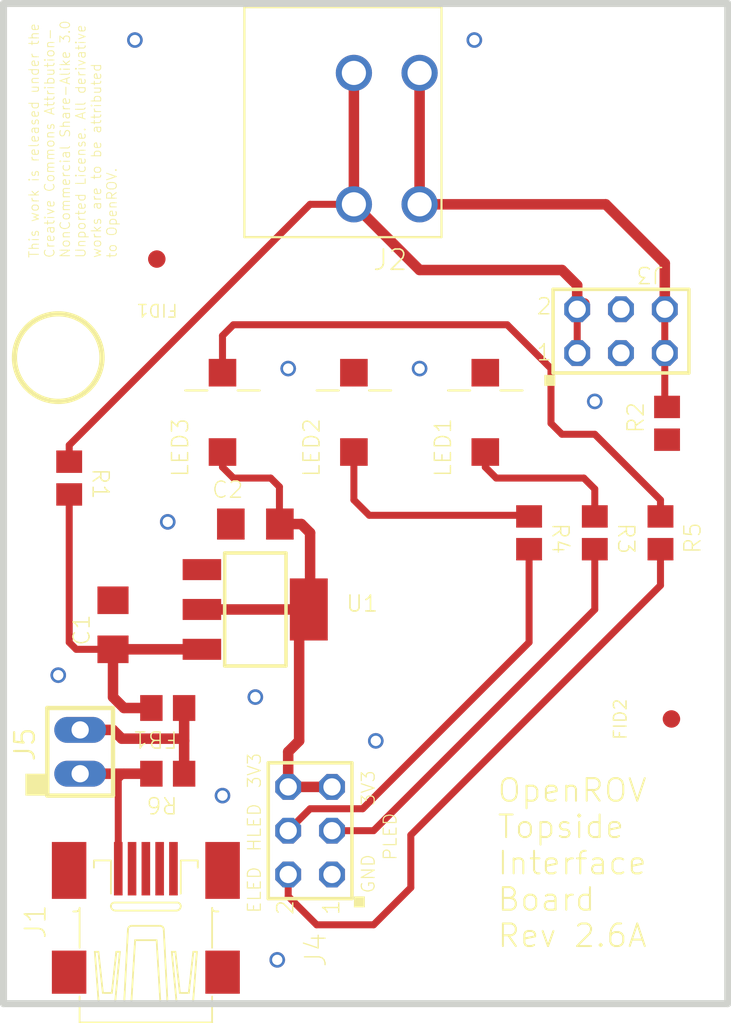
<source format=kicad_pcb>
(kicad_pcb (version 20241229) (generator "pcbnew") (generator_version "9.0")
  (layers (0 "F.Cu" signal) (4 "In1.Cu" signal) (6 "In2.Cu" signal) (2 "B.Cu" signal) (13 "F.Paste" user) (15 "B.Paste" user) (5 "F.SilkS" user "F.Silkscreen") (7 "B.SilkS" user "B.Silkscreen") (1 "F.Mask" user) (3 "B.Mask" user) (25 "Edge.Cuts" user))
  (net 0 "")
  (net 1 "N$1")
  (net 2 "N$2")
  (net 3 "GND")
  (net 4 "N$4")
  (net 5 "N$6")
  (net 6 "N$7")
  (net 7 "N$8")
  (net 8 "N$9")
  (net 9 "N$11")
  (net 10 "+3V3")
  (net 11 "N$5")
  (net 12 "N$3")
  (net 13 "N$10")
  (footprint "OpenROV Topside Interface 2.6A:R0805" (layer "F.Cu") (at 137.0261 120.6686 180)
    (property "Reference" "R6" (at -0.635 -1.27 180) (layer "F.SilkS") (effects (font (size 0.93472 0.93472) (thickness 0.08128)) (justify left bottom)))
    (property "Value" "0 (Jumper)" (hide yes))
    (pad "1" smd rect (at -0.95 0 180) (size 1.3 1.5) (layers "F.Cu" "F.Mask" "F.Paste") (net 13 "N$10"))
    (pad "2" smd rect (at 0.95 0 180) (size 1.3 1.5) (layers "F.Cu" "F.Mask" "F.Paste") (net 12 "N$3"))
  )
  (footprint "OpenROV Topside Interface 2.6A:R0805" (layer "F.Cu") (at 131.3111 103.5236 -90)
    (property "Reference" "R1" (at -0.635 -1.27 270) (layer "F.SilkS") (effects (font (size 0.93472 0.93472) (thickness 0.08128)) (justify left bottom)))
    (property "Value" "1K" (hide yes))
    (pad "1" smd rect (at -0.95 0 270) (size 1.3 1.5) (layers "F.Cu" "F.Mask" "F.Paste") (net 2 "N$2"))
    (pad "2" smd rect (at 0.95 0 270) (size 1.3 1.5) (layers "F.Cu" "F.Mask" "F.Paste") (net 4 "N$4"))
  )
  (footprint "OpenROV Topside Interface 2.6A:USB_MINI-B_SM" (layer "F.Cu") (at 135.7561 129.1776 90)
    (property "Reference" "J1" (at -1.143 -5.715 90) (layer "F.SilkS") (effects (font (size 1.176528 1.176528) (thickness 0.093472)) (justify left bottom)))
    (property "Value" "FCI 10033526-N3212MLF" (hide yes))
    (fp_line (start 0.519 -4.0492) (end 0.519 -4.205) (stroke (width 0.1016)) (layer "F.SilkS"))
    (fp_line (start -1.5825 -3.8416) (end 0.7266 -3.8416) (stroke (width 0.1016)) (layer "F.SilkS"))
    (fp_line (start -5.9182 -3.8416) (end -4.4147 -3.8415) (stroke (width 0.1016)) (layer "F.SilkS"))
    (fp_line (start 3.4782 -3.011) (end 3.4782 -2.0246) (stroke (width 0.1016)) (layer "F.SilkS"))
    (fp_line (start 3.0627 -3.011) (end 3.4261 -3.011) (stroke (width 0.1016)) (layer "F.SilkS"))
    (fp_line (start -1.8171 -2.9591) (end -4.5685 -2.7514) (stroke (width 0.1016)) (layer "F.SilkS"))
    (fp_line (start -1.8171 -2.7514) (end -1.8171 -2.9591) (stroke (width 0.1016)) (layer "F.SilkS"))
    (fp_line (start -4.2051 -2.4919) (end -1.8171 -2.7514) (stroke (width 0.1016)) (layer "F.SilkS"))
    (fp_line (start 1.5573 -2.0248) (end 3.4261 -2.0248) (stroke (width 0.1016)) (layer "F.SilkS"))
    (fp_line (start 0.8305 -2.0246) (end 0.8304 -2.0246) (stroke (width 0.1016)) (layer "F.SilkS"))
    (fp_line (start -4.2051 -1.9727) (end -4.2051 -2.4919) (stroke (width 0.1016)) (layer "F.SilkS"))
    (fp_line (start 0.5709 -1.7651) (end 0.5709 1.765) (stroke (width 0.1016)) (layer "F.SilkS"))
    (fp_line (start -4.5685 -1.7651) (end -1.8171 -1.5055) (stroke (width 0.1016)) (layer "F.SilkS"))
    (fp_line (start -1.8171 -1.7132) (end -4.2051 -1.9727) (stroke (width 0.1016)) (layer "F.SilkS"))
    (fp_line (start -1.8171 -1.5055) (end -1.8171 -1.7132) (stroke (width 0.1016)) (layer "F.SilkS"))
    (fp_line (start -4.5684 -1.2459) (end -0.5192 -1.0383) (stroke (width 0.1016)) (layer "F.SilkS"))
    (fp_line (start -4.7761 -1.0383) (end -4.7761 -1.0382) (stroke (width 0.1016)) (layer "F.SilkS"))
    (fp_line (start -4.5685 -0.8306) (end -1.1422 -0.623) (stroke (width 0.1016)) (layer "F.SilkS"))
    (fp_line (start -1.1422 0.6228) (end -1.1422 -0.6232) (stroke (width 0.1016)) (layer "F.SilkS"))
    (fp_line (start -0.3116 0.8304) (end -0.3116 -0.8307) (stroke (width 0.1016)) (layer "F.SilkS"))
    (fp_line (start -4.5685 0.8304) (end -1.1422 0.6228) (stroke (width 0.1016)) (layer "F.SilkS"))
    (fp_line (start -4.5684 1.2457) (end -0.5192 1.0381) (stroke (width 0.1016)) (layer "F.SilkS"))
    (fp_line (start -1.8171 1.5053) (end -1.8171 1.713) (stroke (width 0.1016)) (layer "F.SilkS"))
    (fp_line (start -1.8171 1.713) (end -4.2051 1.9725) (stroke (width 0.1016)) (layer "F.SilkS"))
    (fp_line (start -4.5685 1.7649) (end -1.8171 1.5053) (stroke (width 0.1016)) (layer "F.SilkS"))
    (fp_line (start 1.0381 1.8169) (end 1.0381 -1.817) (stroke (width 0.1016)) (layer "F.SilkS"))
    (fp_line (start -4.2051 1.9725) (end -4.2051 2.4917) (stroke (width 0.1016)) (layer "F.SilkS"))
    (fp_line (start 3.4781 2.0245) (end 3.4781 3.0109) (stroke (width 0.1016)) (layer "F.SilkS"))
    (fp_line (start 1.5573 2.0246) (end 3.4261 2.0246) (stroke (width 0.1016)) (layer "F.SilkS"))
    (fp_line (start -4.2051 2.4917) (end -1.8171 2.7512) (stroke (width 0.1016)) (layer "F.SilkS"))
    (fp_line (start -1.8171 2.7512) (end -1.8171 2.9589) (stroke (width 0.1016)) (layer "F.SilkS"))
    (fp_line (start -1.8171 2.9589) (end -4.5685 2.7512) (stroke (width 0.1016)) (layer "F.SilkS"))
    (fp_line (start 3.0627 3.0108) (end 3.4261 3.0108) (stroke (width 0.1016)) (layer "F.SilkS"))
    (fp_line (start -1.5826 3.8414) (end 0.7267 3.8415) (stroke (width 0.1016)) (layer "F.SilkS"))
    (fp_line (start -5.9182 3.8414) (end -5.9182 -3.8416) (stroke (width 0.1016)) (layer "F.SilkS"))
    (fp_line (start -5.9182 3.8414) (end -4.4146 3.8414) (stroke (width 0.1016)) (layer "F.SilkS"))
    (fp_line (start -5.9182 3.8415) (end -5.9182 3.8414) (stroke (width 0.1016)) (layer "F.SilkS"))
    (fp_line (start 0.519 4.049) (end 0.519 4.2048) (stroke (width 0.1016)) (layer "F.SilkS"))
    (fp_arc (start 0.7266 -3.8416) (mid 0.579805 -3.902405) (end 0.519 -4.0492) (stroke (width 0.1016)) (layer "F.SilkS"))
    (fp_arc (start -4.828 -2.5438) (mid -4.730297 -2.687659) (end -4.5685 -2.7514) (stroke (width 0.1016)) (layer "F.SilkS"))
    (fp_arc (start 0.8305 -2.0246) (mid 0.977325 -1.963825) (end 1.0381 -1.817) (stroke (width 0.1016)) (layer "F.SilkS"))
    (fp_arc (start -4.828 -1.9727) (mid -4.870802 -2.25825) (end -4.828 -2.5438) (stroke (width 0.1016)) (layer "F.SilkS"))
    (fp_arc (start 0.570899 -1.765099) (mid 0.646934 -1.948565) (end 0.8304 -2.0246) (stroke (width 0.1016)) (layer "F.SilkS"))
    (fp_arc (start -4.568501 -1.765099) (mid -4.730298 -1.828841) (end -4.828 -1.9727) (stroke (width 0.1016)) (layer "F.SilkS"))
    (fp_arc (start -0.5192 -1.0383) (mid -0.375653 -0.974177) (end -0.311598 -0.8306) (stroke (width 0.1016)) (layer "F.SilkS"))
    (fp_arc (start -4.7761 -1.0383) (mid -4.715295 -1.185095) (end -4.5685 -1.2459) (stroke (width 0.1016)) (layer "F.SilkS"))
    (fp_arc (start -4.5685 -0.8306) (mid -4.715295 -0.891405) (end -4.7761 -1.0382) (stroke (width 0.1016)) (layer "F.SilkS"))
    (fp_arc (start -0.311599 0.830399) (mid -0.375679 0.973951) (end -0.5192 1.0381) (stroke (width 0.1016)) (layer "F.SilkS"))
    (fp_arc (start -4.7761 1.038) (mid -4.715295 0.891205) (end -4.5685 0.8304) (stroke (width 0.1016)) (layer "F.SilkS"))
    (fp_arc (start -4.5685 1.2457) (mid -4.715295 1.184895) (end -4.7761 1.0381) (stroke (width 0.1016)) (layer "F.SilkS"))
    (fp_arc (start 1.0381 1.8168) (mid 0.977325 1.963625) (end 0.8305 2.0244) (stroke (width 0.1016)) (layer "F.SilkS"))
    (fp_arc (start -4.828 1.9725) (mid -4.730298 1.828641) (end -4.568501 1.764899) (stroke (width 0.1016)) (layer "F.SilkS"))
    (fp_arc (start 0.8304 2.0244) (mid 0.646993 1.948306) (end 0.570899 1.764899) (stroke (width 0.1016)) (layer "F.SilkS"))
    (fp_arc (start -4.828 2.5436) (mid -4.870802 2.25805) (end -4.828 1.9725) (stroke (width 0.1016)) (layer "F.SilkS"))
    (fp_arc (start -4.5685 2.7512) (mid -4.730297 2.687459) (end -4.828 2.5436) (stroke (width 0.1016)) (layer "F.SilkS"))
    (fp_arc (start 0.519 4.049) (mid 0.579805 3.902205) (end 0.7266 3.8414) (stroke (width 0.1016)) (layer "F.SilkS"))
    (pad "" np_thru_hole circle (at 0 -2.2 90) (size 0.9 0.9) (drill 0.9) (layers "*.Cu" "*.Mask"))
    (pad "" np_thru_hole circle (at 0 2.2 90) (size 0.9 0.9) (drill 0.9) (layers "*.Cu" "*.Mask"))
    (pad "1" smd rect (at 3 -1.6 90) (size 3.1 0.5) (layers "F.Cu" "F.Mask" "F.Paste") (net 12 "N$3"))
    (pad "2" smd rect (at 3 -0.8 90) (size 3.1 0.5) (layers "F.Cu" "F.Mask" "F.Paste"))
    (pad "3" smd rect (at 3 0 90) (size 3.1 0.5) (layers "F.Cu" "F.Mask" "F.Paste"))
    (pad "4" smd rect (at 3 0.8 90) (size 3.1 0.5) (layers "F.Cu" "F.Mask" "F.Paste"))
    (pad "5" smd rect (at 3 1.6 90) (size 3.1 0.5) (layers "F.Cu" "F.Mask" "F.Paste") (net 3 "GND"))
    (pad "M1" smd rect (at -3 4.45 90) (size 2.5 2) (layers "F.Cu" "F.Mask" "F.Paste") (net 3 "GND"))
    (pad "M2" smd rect (at -3 -4.45 90) (size 2.5 2) (layers "F.Cu" "F.Mask" "F.Paste") (net 3 "GND"))
    (pad "M3" smd rect (at 2.9 -4.45 90) (size 3.3 2) (layers "F.Cu" "F.Mask" "F.Paste") (net 3 "GND"))
    (pad "M4" smd rect (at 2.9 4.45 90) (size 3.3 2) (layers "F.Cu" "F.Mask" "F.Paste") (net 3 "GND"))
  )
  (footprint "OpenROV Topside Interface 2.6A:LED_0805_BOTTOM_MT(OSRAM)" (layer "F.Cu") (at 155.4411 99.7136 90)
    (property "Reference" "LED1" (at -3.81 -1.905 90) (layer "F.SilkS") (effects (font (size 0.93472 0.93472) (thickness 0.08128)) (justify left bottom)))
    (property "Value" "GREEN" (hide yes))
    (fp_line (start 1.27 -0.885) (end 1.27 -2.155) (stroke (width 0.127)) (layer "F.SilkS"))
    (fp_line (start 1.27 0.885) (end 1.27 2.155) (stroke (width 0.127)) (layer "F.SilkS"))
    (pad "" np_thru_hole circle (at 0 0 90) (size 2.7 2.7) (drill 2.7) (layers "*.Cu" "*.Mask"))
    (pad "A" smd rect (at -2.3 0 90) (size 1.6 1.6) (layers "F.Cu" "F.Mask" "F.Paste") (net 6 "N$7"))
    (pad "C" smd rect (at 2.3 0 270) (size 1.6 1.6) (layers "F.Cu" "F.Mask" "F.Paste") (net 3 "GND"))
  )
  (footprint "OpenROV Topside Interface 2.6A:LED_0805_BOTTOM_MT(OSRAM)" (layer "F.Cu") (at 147.8211 99.7136 90)
    (property "Reference" "LED2" (at -3.81 -1.905 90) (layer "F.SilkS") (effects (font (size 0.93472 0.93472) (thickness 0.08128)) (justify left bottom)))
    (property "Value" "YELLOW" (hide yes))
    (fp_line (start 1.27 -0.885) (end 1.27 -2.155) (stroke (width 0.127)) (layer "F.SilkS"))
    (fp_line (start 1.27 0.885) (end 1.27 2.155) (stroke (width 0.127)) (layer "F.SilkS"))
    (pad "" np_thru_hole circle (at 0 0 90) (size 2.7 2.7) (drill 2.7) (layers "*.Cu" "*.Mask"))
    (pad "A" smd rect (at -2.3 0 90) (size 1.6 1.6) (layers "F.Cu" "F.Mask" "F.Paste") (net 7 "N$8"))
    (pad "C" smd rect (at 2.3 0 270) (size 1.6 1.6) (layers "F.Cu" "F.Mask" "F.Paste") (net 3 "GND"))
  )
  (footprint "OpenROV Topside Interface 2.6A:LED_0805_BOTTOM_MT(OSRAM)" (layer "F.Cu") (at 140.2011 99.7136 90)
    (property "Reference" "LED3" (at -3.81 -1.905 90) (layer "F.SilkS") (effects (font (size 0.93472 0.93472) (thickness 0.08128)) (justify left bottom)))
    (property "Value" "YELLOW" (hide yes))
    (fp_line (start 1.27 -0.885) (end 1.27 -2.155) (stroke (width 0.127)) (layer "F.SilkS"))
    (fp_line (start 1.27 0.885) (end 1.27 2.155) (stroke (width 0.127)) (layer "F.SilkS"))
    (pad "" np_thru_hole circle (at 0 0 90) (size 2.7 2.7) (drill 2.7) (layers "*.Cu" "*.Mask"))
    (pad "A" smd rect (at -2.3 0 90) (size 1.6 1.6) (layers "F.Cu" "F.Mask" "F.Paste") (net 10 "+3V3"))
    (pad "C" smd rect (at 2.3 0 270) (size 1.6 1.6) (layers "F.Cu" "F.Mask" "F.Paste") (net 11 "N$5"))
  )
  (footprint "OpenROV Topside Interface 2.6A:R1206" (layer "F.Cu") (at 142.1061 106.1906 180)
    (property "Reference" "C2" (at 0.635 2.54 0) (layer "F.SilkS") (effects (font (size 0.941222 0.941222) (thickness 0.074778)) (justify right top)))
    (property "Value" "10 uF X7R 16V" (hide yes))
    (pad "1" smd rect (at -1.422 0 180) (size 1.6 1.803) (layers "F.Cu" "F.Mask" "F.Paste") (net 10 "+3V3"))
    (pad "2" smd rect (at 1.422 0 180) (size 1.6 1.803) (layers "F.Cu" "F.Mask" "F.Paste") (net 3 "GND"))
  )
  (footprint "OpenROV Topside Interface 2.6A:R0805" (layer "F.Cu") (at 165.9821 100.3486 90)
    (property "Reference" "R2" (at -0.635 -1.27 90) (layer "F.SilkS") (effects (font (size 0.93472 0.93472) (thickness 0.08128)) (justify left bottom)))
    (property "Value" "0 (Jumper)" (hide yes))
    (pad "1" smd rect (at -0.95 0 90) (size 1.3 1.5) (layers "F.Cu" "F.Mask" "F.Paste") (net 3 "GND"))
    (pad "2" smd rect (at 0.95 0 90) (size 1.3 1.5) (layers "F.Cu" "F.Mask" "F.Paste") (net 1 "N$1"))
  )
  (footprint "OpenROV Topside Interface 2.6A:R1206" (layer "F.Cu") (at 133.8511 112.0326 90)
    (property "Reference" "C1" (at -1.27 -1.27 90) (layer "F.SilkS") (effects (font (size 0.93472 0.93472) (thickness 0.08128)) (justify left bottom)))
    (property "Value" "10 uF X7R 16V" (hide yes))
    (pad "1" smd rect (at -1.422 0 90) (size 1.6 1.803) (layers "F.Cu" "F.Mask" "F.Paste") (net 4 "N$4"))
    (pad "2" smd rect (at 1.422 0 90) (size 1.6 1.803) (layers "F.Cu" "F.Mask" "F.Paste") (net 3 "GND"))
  )
  (footprint "OpenROV Topside Interface 2.6A:22-23-2021_ALT_SILK" (layer "F.Cu") (at 131.9461 119.3986 90)
    (property "Reference" "J5" (at -0.635 -2.54 90) (layer "F.SilkS") (effects (font (size 1.143 1.143) (thickness 0.127)) (justify left bottom)))
    (property "Value" "" (hide yes))
    (fp_line (start 2.54 -1.905) (end 2.54 1.905) (stroke (width 0.254)) (layer "F.SilkS"))
    (fp_line (start -2.54 -1.905) (end 2.54 -1.905) (stroke (width 0.254)) (layer "F.SilkS"))
    (fp_line (start 2.54 1.905) (end -2.54 1.905) (stroke (width 0.254)) (layer "F.SilkS"))
    (fp_line (start -2.54 1.905) (end -2.54 -1.905) (stroke (width 0.254)) (layer "F.SilkS"))
    (fp_poly (pts (xy -2.54 -1.905) (xy -1.27 -1.905) (xy -1.27 -3.175) (xy -2.54 -3.175)) (fill yes) (layer "F.SilkS"))
    (pad "1" thru_hole oval (at -1.27 0 180) (size 3 1.5) (drill 1) (layers "*.Cu" "*.Mask") (net 12 "N$3"))
    (pad "2" thru_hole oval (at 1.27 0 180) (size 3 1.5) (drill 1) (layers "*.Cu" "*.Mask") (net 13 "N$10"))
  )
  (footprint "OpenROV Topside Interface 2.6A:SSW-103-02-S-D" (layer "F.Cu") (at 145.2811 123.9736 90)
    (property "Reference" "J4" (at -5.842 -0.381 90) (layer "F.SilkS") (effects (font (size 1.195222 1.195222) (thickness 0.074778)) (justify right top)))
    (property "Value" "SSW-103-01-G-D" (hide yes))
    (fp_line (start 3.939 -2.425) (end 3.939 2.425) (stroke (width 0.2032)) (layer "F.SilkS"))
    (fp_line (start -3.939 -2.425) (end 3.939 -2.425) (stroke (width 0.2032)) (layer "F.SilkS"))
    (fp_line (start 3.939 2.425) (end -3.939 2.425) (stroke (width 0.2032)) (layer "F.SilkS"))
    (fp_line (start -3.939 2.425) (end -3.939 -2.425) (stroke (width 0.2032)) (layer "F.SilkS"))
    (fp_poly (pts (xy -4.445 3.175) (xy -3.81 3.175) (xy -3.81 2.54) (xy -4.445 2.54)) (fill yes) (layer "F.SilkS"))
    (fp_text user "1" (at -4.953 1.778 90) (layer "F.SilkS") (effects (font (size 0.93472 0.93472) (thickness 0.08128)) (justify left bottom)))
    (fp_text user "2" (at -4.953 -0.889 90) (layer "F.SilkS") (effects (font (size 0.93472 0.93472) (thickness 0.08128)) (justify left bottom)))
    (pad "1" thru_hole roundrect (at -2.54 1.27 90) (size 1.5 1.5) (drill 1) (layers "*.Cu" "*.Mask") (chamfer_ratio 0.2928932188) (chamfer top_left top_right bottom_left bottom_right) (net 3 "GND"))
    (pad "2" thru_hole roundrect (at -2.54 -1.27 90) (size 1.5 1.5) (drill 1) (layers "*.Cu" "*.Mask") (chamfer_ratio 0.2928932188) (chamfer top_left top_right bottom_left bottom_right) (net 9 "N$11"))
    (pad "3" thru_hole roundrect (at 0 1.27 90) (size 1.5 1.5) (drill 1) (layers "*.Cu" "*.Mask") (chamfer_ratio 0.2928932188) (chamfer top_left top_right bottom_left bottom_right) (net 5 "N$6"))
    (pad "4" thru_hole roundrect (at 0 -1.27 90) (size 1.5 1.5) (drill 1) (layers "*.Cu" "*.Mask") (chamfer_ratio 0.2928932188) (chamfer top_left top_right bottom_left bottom_right) (net 8 "N$9"))
    (pad "5" thru_hole roundrect (at 2.54 1.27 90) (size 1.5 1.5) (drill 1) (layers "*.Cu" "*.Mask") (chamfer_ratio 0.2928932188) (chamfer top_left top_right bottom_left bottom_right) (net 10 "+3V3"))
    (pad "6" thru_hole roundrect (at 2.54 -1.27 90) (size 1.5 1.5) (drill 1) (layers "*.Cu" "*.Mask") (chamfer_ratio 0.2928932188) (chamfer top_left top_right bottom_left bottom_right) (net 10 "+3V3"))
  )
  (footprint "OpenROV Topside Interface 2.6A:R0805" (layer "F.Cu") (at 137.0261 116.8586 180)
    (property "Reference" "FB1" (at -0.635 -1.27 180) (layer "F.SilkS") (effects (font (size 0.93472 0.93472) (thickness 0.08128)) (justify left bottom)))
    (property "Value" "MI0805J102R-10" (hide yes))
    (pad "1" smd rect (at -0.95 0 180) (size 1.3 1.5) (layers "F.Cu" "F.Mask" "F.Paste") (net 13 "N$10"))
    (pad "2" smd rect (at 0.95 0 180) (size 1.3 1.5) (layers "F.Cu" "F.Mask" "F.Paste") (net 4 "N$4"))
  )
  (footprint "OpenROV Topside Interface 2.6A:R0805" (layer "F.Cu") (at 157.9811 106.6986 -90)
    (property "Reference" "R4" (at -0.635 -1.27 270) (layer "F.SilkS") (effects (font (size 0.93472 0.93472) (thickness 0.08128)) (justify left bottom)))
    (property "Value" "120" (hide yes))
    (pad "1" smd rect (at -0.95 0 270) (size 1.3 1.5) (layers "F.Cu" "F.Mask" "F.Paste") (net 7 "N$8"))
    (pad "2" smd rect (at 0.95 0 270) (size 1.3 1.5) (layers "F.Cu" "F.Mask" "F.Paste") (net 8 "N$9"))
  )
  (footprint "OpenROV Topside Interface 2.6A:R0805" (layer "F.Cu") (at 161.7911 106.6986 -90)
    (property "Reference" "R3" (at -0.635 -1.27 270) (layer "F.SilkS") (effects (font (size 0.93472 0.93472) (thickness 0.08128)) (justify left bottom)))
    (property "Value" "120" (hide yes))
    (pad "1" smd rect (at -0.95 0 270) (size 1.3 1.5) (layers "F.Cu" "F.Mask" "F.Paste") (net 6 "N$7"))
    (pad "2" smd rect (at 0.95 0 270) (size 1.3 1.5) (layers "F.Cu" "F.Mask" "F.Paste") (net 5 "N$6"))
  )
  (footprint "OpenROV Topside Interface 2.6A:R0805" (layer "F.Cu") (at 165.6011 106.6986 90)
    (property "Reference" "R5" (at -1.27 2.413 90) (layer "F.SilkS") (effects (font (size 0.941222 0.941222) (thickness 0.074778)) (justify left bottom)))
    (property "Value" "330" (hide yes))
    (pad "1" smd rect (at -0.95 0 90) (size 1.3 1.5) (layers "F.Cu" "F.Mask" "F.Paste") (net 9 "N$11"))
    (pad "2" smd rect (at 0.95 0 90) (size 1.3 1.5) (layers "F.Cu" "F.Mask" "F.Paste") (net 11 "N$5"))
  )
  (footprint "OpenROV Topside Interface 2.6A:SSW-103-02-S-D" (layer "F.Cu") (at 163.3111 95.0036)
    (property "Reference" "J3" (at 2.54 -3.81 180) (layer "F.SilkS") (effects (font (size 0.93472 0.93472) (thickness 0.08128)) (justify left bottom)))
    (property "Value" "SSW-103-01-G-D" (hide yes))
    (fp_line (start -3.939 -2.425) (end 3.939 -2.425) (stroke (width 0.2032)) (layer "F.SilkS"))
    (fp_line (start -3.939 2.425) (end -3.939 -2.425) (stroke (width 0.2032)) (layer "F.SilkS"))
    (fp_line (start 3.939 -2.425) (end 3.939 2.425) (stroke (width 0.2032)) (layer "F.SilkS"))
    (fp_line (start 3.939 2.425) (end -3.939 2.425) (stroke (width 0.2032)) (layer "F.SilkS"))
    (fp_poly (pts (xy -4.445 3.175) (xy -3.81 3.175) (xy -3.81 2.54) (xy -4.445 2.54)) (fill yes) (layer "F.SilkS"))
    (fp_text user "1" (at -4.953 1.778 0) (layer "F.SilkS") (effects (font (size 0.93472 0.93472) (thickness 0.08128)) (justify left bottom)))
    (fp_text user "2" (at -4.953 -0.889 0) (layer "F.SilkS") (effects (font (size 0.93472 0.93472) (thickness 0.08128)) (justify left bottom)))
    (pad "1" thru_hole roundrect (at -2.54 1.27) (size 1.5 1.5) (drill 1) (layers "*.Cu" "*.Mask") (chamfer_ratio 0.2928932188) (chamfer top_left top_right bottom_left bottom_right) (net 2 "N$2"))
    (pad "2" thru_hole roundrect (at -2.54 -1.27) (size 1.5 1.5) (drill 1) (layers "*.Cu" "*.Mask") (chamfer_ratio 0.2928932188) (chamfer top_left top_right bottom_left bottom_right) (net 2 "N$2"))
    (pad "3" thru_hole roundrect (at 0 1.27) (size 1.5 1.5) (drill 1) (layers "*.Cu" "*.Mask") (chamfer_ratio 0.2928932188) (chamfer top_left top_right bottom_left bottom_right))
    (pad "4" thru_hole roundrect (at 0 -1.27) (size 1.5 1.5) (drill 1) (layers "*.Cu" "*.Mask") (chamfer_ratio 0.2928932188) (chamfer top_left top_right bottom_left bottom_right))
    (pad "5" thru_hole roundrect (at 2.54 1.27) (size 1.5 1.5) (drill 1) (layers "*.Cu" "*.Mask") (chamfer_ratio 0.2928932188) (chamfer top_left top_right bottom_left bottom_right) (net 1 "N$1"))
    (pad "6" thru_hole roundrect (at 2.54 -1.27) (size 1.5 1.5) (drill 1) (layers "*.Cu" "*.Mask") (chamfer_ratio 0.2928932188) (chamfer top_left top_right bottom_left bottom_right) (net 1 "N$1"))
  )
  (footprint "OpenROV Topside Interface 2.6A:FCI_09-381_2PL" (layer "F.Cu") (at 149.7261 83.8386 180)
    (property "Reference" "J2" (at -1.27 -6.35 0) (layer "F.SilkS") (effects (font (size 1.176528 1.176528) (thickness 0.093472)) (justify right top)))
    (property "Value" "FCI 20020303-D021" (hide yes))
    (fp_line (start 8.255 7.62) (end 8.255 -5.715) (stroke (width 0.127)) (layer "F.SilkS"))
    (fp_line (start -3.175 7.62) (end 8.255 7.62) (stroke (width 0.127)) (layer "F.SilkS"))
    (fp_line (start -3.175 7.62) (end -3.175 -5.715) (stroke (width 0.127)) (layer "F.SilkS"))
    (fp_line (start -3.175 -5.715) (end 8.255 -5.715) (stroke (width 0.127)) (layer "F.SilkS"))
    (pad "1A" thru_hole circle (at -1.905 3.81 180) (size 2.1 2.1) (drill 1.4) (layers "*.Cu" "*.Mask") (net 1 "N$1"))
    (pad "1B" thru_hole circle (at -1.905 -3.81 180) (size 2.1 2.1) (drill 1.4) (layers "*.Cu" "*.Mask") (net 1 "N$1"))
    (pad "2A" thru_hole circle (at 1.905 3.81 180) (size 2.1 2.1) (drill 1.4) (layers "*.Cu" "*.Mask") (net 2 "N$2"))
    (pad "2B" thru_hole circle (at 1.905 -3.81 180) (size 2.1 2.1) (drill 1.4) (layers "*.Cu" "*.Mask") (net 2 "N$2"))
  )
  (footprint "OpenROV Topside Interface 2.6A:FIDUCIAL_1" (layer "F.Cu") (at 136.3911 90.8236 90)
    (property "Reference" "FID1" (at -2.54 1.27 180) (layer "F.SilkS") (effects (font (size 0.73152 0.73152) (thickness 0.08128)) (justify left bottom)))
    (property "Value" "FIDUCIAL_1" (hide yes))
    (pad "P$1" smd roundrect (at 0 0 90) (size 1.016 1.016) (layers "F.Cu" "F.Mask" "F.Paste") (roundrect_rratio 0.5))
  )
  (footprint "OpenROV Topside Interface 2.6A:dummyfp0" (layer "F.Cu") (at 130.6761 96.5386)
    (property "Reference" "UNK_HOLE_0" (hide yes))
    (property "Value" "")
    (pad "" np_thru_hole circle (at 0 0) (size 3.175 3.175) (drill 3.175) (layers "*.Cu" "*.Mask"))
  )
  (footprint "OpenROV Topside Interface 2.6A:SOT223" (layer "F.Cu") (at 142.1061 111.1436 -90)
    (property "Reference" "U1" (at 0.2032 -5.207 0) (layer "F.SilkS") (effects (font (size 0.92456 0.92456) (thickness 0.09144)) (justify left bottom)))
    (property "Value" "AP1117IE33G" (hide yes))
    (fp_line (start -3.277 1.778) (end -3.277 -1.778) (stroke (width 0.2032)) (layer "F.SilkS"))
    (fp_line (start 3.277 1.778) (end -3.277 1.778) (stroke (width 0.2032)) (layer "F.SilkS"))
    (fp_line (start -3.277 -1.778) (end 3.277 -1.778) (stroke (width 0.2032)) (layer "F.SilkS"))
    (fp_line (start 3.277 -1.778) (end 3.277 1.778) (stroke (width 0.2032)) (layer "F.SilkS"))
    (pad "1" smd rect (at -2.311 3.099 270) (size 1.219 2.235) (layers "F.Cu" "F.Mask" "F.Paste") (net 3 "GND"))
    (pad "2" smd rect (at 0 3.099 270) (size 1.219 2.235) (layers "F.Cu" "F.Mask" "F.Paste") (net 10 "+3V3"))
    (pad "3" smd rect (at 2.311 3.099 270) (size 1.219 2.235) (layers "F.Cu" "F.Mask" "F.Paste") (net 4 "N$4"))
    (pad "4" smd rect (at 0 -3.099 270) (size 3.6 2.2) (layers "F.Cu" "F.Mask" "F.Paste") (net 10 "+3V3"))
  )
  (footprint "OpenROV Topside Interface 2.6A:FIDUCIAL_1" (layer "F.Cu") (at 166.2361 117.4936)
    (property "Reference" "FID2" (at -2.54 1.27 90) (layer "F.SilkS") (effects (font (size 0.73152 0.73152) (thickness 0.08128)) (justify left bottom)))
    (property "Value" "FIDUCIAL_1" (hide yes))
    (pad "P$1" smd roundrect (at 0 0) (size 1.016 1.016) (layers "F.Cu" "F.Mask" "F.Paste") (roundrect_rratio 0.5))
  )
  (gr_circle (center 130.6761 96.5386) (end 133.2161 96.5386) (stroke (width 0.3048)) (fill no) (layer "F.SilkS"))
  (gr_line (start 127.5011 134.0036) (end 127.5011 76.0036) (stroke (width 0.4064)) (layer "Edge.Cuts"))
  (gr_line (start 169.5011 134.0036) (end 127.5011 134.0036) (stroke (width 0.4064)) (layer "Edge.Cuts"))
  (gr_line (start 127.5011 76.0036) (end 169.5011 76.0036) (stroke (width 0.4064)) (layer "Edge.Cuts"))
  (gr_line (start 169.5011 76.0036) (end 169.5011 134.0036) (stroke (width 0.4064)) (layer "Edge.Cuts"))
  (gr_text "This work is released under the\nCreative Commons Attribution-\nNonCommercial Share-Alike 3.0\nUnported License. All derivative\nworks are to be attributed\nto OpenROV." (at 134.11299 90.79518 90) (layer "F.SilkS") (effects (font (size 0.560832 0.560832) (thickness 0.048768)) (justify left bottom)))
  (gr_text "3V3" (at 149.0911 122.5736 90) (layer "F.SilkS") (effects (font (size 0.747776 0.747776) (thickness 0.065024)) (justify left bottom)))
  (gr_text "PLED" (at 150.3611 125.7486 90) (layer "F.SilkS") (effects (font (size 0.747776 0.747776) (thickness 0.065024)) (justify left bottom)))
  (gr_text "GND" (at 149.0911 127.6536 90) (layer "F.SilkS") (effects (font (size 0.747776 0.747776) (thickness 0.065024)) (justify left bottom)))
  (gr_text "3V3" (at 142.4871 121.5576 90) (layer "F.SilkS") (effects (font (size 0.747776 0.747776) (thickness 0.065024)) (justify left bottom)))
  (gr_text "HLED" (at 142.4871 125.2406 90) (layer "F.SilkS") (effects (font (size 0.747776 0.747776) (thickness 0.065024)) (justify left bottom)))
  (gr_text "OpenROV\nTopside\nInterface\nBoard\nRev 2.6A" (at 156.0761 130.8286 0) (layer "F.SilkS") (effects (font (size 1.308608 1.308608) (thickness 0.113792)) (justify left bottom)))
  (gr_text "ELED" (at 142.4871 128.7966 90) (layer "F.SilkS") (effects (font (size 0.747776 0.747776) (thickness 0.065024)) (justify left bottom)))
  (segment (start 165.8511 99.3986) (end 165.8511 96.2736) (width 0.4064) (layer "F.Cu") (net 1))
  (segment (start 165.8511 96.2736) (end 165.8511 93.7336) (width 0.4064) (layer "F.Cu") (net 1))
  (segment (start 165.9821 99.3986) (end 165.8511 99.3986) (width 0.4064) (layer "F.Cu") (net 1))
  (segment (start 162.4261 87.6486) (end 165.8511 91.0736) (width 0.6096) (layer "F.Cu") (net 1))
  (segment (start 151.6311 87.6486) (end 162.4261 87.6486) (width 0.6096) (layer "F.Cu") (net 1))
  (segment (start 151.6311 87.6486) (end 151.6311 80.0286) (width 0.6096) (layer "F.Cu") (net 1))
  (segment (start 165.8511 93.7336) (end 165.8511 91.0736) (width 0.6096) (layer "F.Cu") (net 1))
  (segment (start 159.8861 91.4586) (end 151.6311 91.4586) (width 0.6096) (layer "F.Cu") (net 2))
  (segment (start 160.7711 93.7336) (end 161.1911 93.3986) (width 0.6096) (layer "F.Cu") (net 2))
  (segment (start 131.3111 102.5736) (end 131.3111 101.6186) (width 0.4064) (layer "F.Cu") (net 2))
  (segment (start 145.2811 87.6486) (end 147.8211 87.6486) (width 0.4064) (layer "F.Cu") (net 2))
  (segment (start 160.7711 96.2736) (end 160.7711 93.7336) (width 0.4064) (layer "F.Cu") (net 2))
  (segment (start 160.7711 92.3436) (end 159.8861 91.4586) (width 0.6096) (layer "F.Cu") (net 2))
  (segment (start 160.7711 93.7336) (end 160.7711 92.3436) (width 0.6096) (layer "F.Cu") (net 2))
  (segment (start 131.3111 101.6186) (end 145.2811 87.6486) (width 0.4064) (layer "F.Cu") (net 2))
  (segment (start 151.6311 91.4586) (end 147.8211 87.6486) (width 0.6096) (layer "F.Cu") (net 2))
  (segment (start 147.8211 87.6486) (end 147.8211 80.0286) (width 0.6096) (layer "F.Cu") (net 2))
  (via (at 161.7911 99.0786) (size 0.9048) (drill 0.6) (layers "F.Cu" "B.Cu") (net 3))
  (via (at 149.0911 118.7636) (size 0.9048) (drill 0.6) (layers "F.Cu" "B.Cu") (net 3))
  (via (at 135.1211 78.1236) (size 0.9048) (drill 0.6) (layers "F.Cu" "B.Cu") (net 3))
  (via (at 140.2011 121.9386) (size 0.9048) (drill 0.6) (layers "F.Cu" "B.Cu") (net 3))
  (via (at 142.1061 116.2236) (size 0.9048) (drill 0.6) (layers "F.Cu" "B.Cu") (net 3))
  (via (at 144.0111 97.1736) (size 0.9048) (drill 0.6) (layers "F.Cu" "B.Cu") (net 3))
  (via (at 143.3761 131.4636) (size 0.9048) (drill 0.6) (layers "F.Cu" "B.Cu") (net 3))
  (via (at 151.6311 97.1736) (size 0.9048) (drill 0.6) (layers "F.Cu" "B.Cu") (net 3))
  (via (at 154.8061 78.1236) (size 0.9048) (drill 0.6) (layers "F.Cu" "B.Cu") (net 3))
  (via (at 130.6761 114.9536) (size 0.9048) (drill 0.6) (layers "F.Cu" "B.Cu") (net 3))
  (via (at 137.0261 106.0636) (size 0.9048) (drill 0.6) (layers "F.Cu" "B.Cu") (net 3))
  (segment (start 131.7171 113.4546) (end 131.3111 113.0486) (width 0.4064) (layer "F.Cu") (net 4))
  (segment (start 134.4861 116.8586) (end 133.8511 116.2236) (width 0.6096) (layer "F.Cu") (net 4))
  (segment (start 136.0761 116.8586) (end 134.4861 116.8586) (width 0.6096) (layer "F.Cu") (net 4))
  (segment (start 131.3111 113.0486) (end 131.3111 104.4736) (width 0.4064) (layer "F.Cu") (net 4))
  (segment (start 133.8511 113.4546) (end 139.0071 113.4546) (width 0.6096) (layer "F.Cu") (net 4))
  (segment (start 133.8511 116.2236) (end 133.8511 113.4546) (width 0.6096) (layer "F.Cu") (net 4))
  (segment (start 133.8511 113.4546) (end 131.7171 113.4546) (width 0.4064) (layer "F.Cu") (net 4))
  (segment (start 146.5511 123.9736) (end 148.9611 123.9736) (width 0.4064) (layer "F.Cu") (net 5))
  (segment (start 148.9611 123.9736) (end 161.7911 111.1436) (width 0.4064) (layer "F.Cu") (net 5))
  (segment (start 161.7911 111.1436) (end 161.7911 107.6486) (width 0.4064) (layer "F.Cu") (net 5))
  (segment (start 161.7911 104.1586) (end 161.7911 105.7486) (width 0.4064) (layer "F.Cu") (net 6))
  (segment (start 155.4411 102.0136) (end 155.4411 102.8886) (width 0.4064) (layer "F.Cu") (net 6))
  (segment (start 156.0761 103.5236) (end 161.1561 103.5236) (width 0.4064) (layer "F.Cu") (net 6))
  (segment (start 161.1561 103.5236) (end 161.7911 104.1586) (width 0.4064) (layer "F.Cu") (net 6))
  (segment (start 155.4411 102.8886) (end 156.0761 103.5236) (width 0.4064) (layer "F.Cu") (net 6))
  (segment (start 147.8211 102.0136) (end 147.8211 104.7936) (width 0.4064) (layer "F.Cu") (net 7))
  (segment (start 147.8211 104.7936) (end 148.7101 105.6826) (width 0.4064) (layer "F.Cu") (net 7))
  (segment (start 148.7101 105.6826) (end 157.9151 105.6826) (width 0.4064) (layer "F.Cu") (net 7))
  (segment (start 157.9151 105.6826) (end 157.9811 105.7486) (width 0.4064) (layer "F.Cu") (net 7))
  (segment (start 157.9811 113.0486) (end 157.9811 107.6486) (width 0.4064) (layer "F.Cu") (net 8))
  (segment (start 145.2811 122.7006) (end 148.3291 122.7006) (width 0.4064) (layer "F.Cu") (net 8))
  (segment (start 144.0111 123.9736) (end 144.0111 123.9706) (width 0.4064) (layer "F.Cu") (net 8))
  (segment (start 144.0111 123.9706) (end 145.2811 122.7006) (width 0.4064) (layer "F.Cu") (net 8))
  (segment (start 148.3291 122.7006) (end 157.9811 113.0486) (width 0.4064) (layer "F.Cu") (net 8))
  (segment (start 148.9641 129.4316) (end 151.1231 127.2726) (width 0.4064) (layer "F.Cu") (net 9))
  (segment (start 165.6011 109.7466) (end 165.6011 107.6486) (width 0.4064) (layer "F.Cu") (net 9))
  (segment (start 145.6621 129.4316) (end 148.9641 129.4316) (width 0.4064) (layer "F.Cu") (net 9))
  (segment (start 151.1231 124.2246) (end 165.6011 109.7466) (width 0.4064) (layer "F.Cu") (net 9))
  (segment (start 151.1231 127.2726) (end 151.1231 124.2246) (width 0.4064) (layer "F.Cu") (net 9))
  (segment (start 144.0111 126.5136) (end 144.0111 127.7806) (width 0.4064) (layer "F.Cu") (net 9))
  (segment (start 144.0111 127.7806) (end 145.6621 129.4316) (width 0.4064) (layer "F.Cu") (net 9))
  (segment (start 140.8361 103.5236) (end 142.9951 103.5236) (width 0.4064) (layer "F.Cu") (net 10))
  (segment (start 144.0111 119.3986) (end 144.6461 118.7636) (width 0.6096) (layer "F.Cu") (net 10))
  (segment (start 143.5031 104.0316) (end 143.5031 106.1656) (width 0.4064) (layer "F.Cu") (net 10))
  (segment (start 144.7731 106.1906) (end 145.2811 106.6986) (width 0.6096) (layer "F.Cu") (net 10))
  (segment (start 142.9951 103.5236) (end 143.5031 104.0316) (width 0.4064) (layer "F.Cu") (net 10))
  (segment (start 145.2811 106.6986) (end 145.2811 111.0676) (width 0.6096) (layer "F.Cu") (net 10))
  (segment (start 143.5031 106.1656) (end 143.5281 106.1906) (width 0.4064) (layer "F.Cu") (net 10))
  (segment (start 143.5281 106.1906) (end 144.7731 106.1906) (width 0.6096) (layer "F.Cu") (net 10))
  (segment (start 144.6461 111.1436) (end 145.2051 111.1436) (width 0.6096) (layer "F.Cu") (net 10))
  (segment (start 139.0071 111.1436) (end 144.6461 111.1436) (width 0.6096) (layer "F.Cu") (net 10))
  (segment (start 144.0111 121.4336) (end 144.0111 119.3986) (width 0.6096) (layer "F.Cu") (net 10))
  (segment (start 144.0111 121.4336) (end 146.5511 121.4336) (width 0.6096) (layer "F.Cu") (net 10))
  (segment (start 145.0511 111.2976) (end 145.2051 111.1436) (width 0.6096) (layer "F.Cu") (net 10))
  (segment (start 144.6461 118.7636) (end 144.6461 111.1436) (width 0.6096) (layer "F.Cu") (net 10))
  (segment (start 140.2011 102.8886) (end 140.8361 103.5236) (width 0.4064) (layer "F.Cu") (net 10))
  (segment (start 140.2011 102.0136) (end 140.2011 102.8886) (width 0.4064) (layer "F.Cu") (net 10))
  (segment (start 145.2811 111.0676) (end 145.2051 111.1436) (width 0.6096) (layer "F.Cu") (net 10))
  (segment (start 165.6011 105.7486) (end 165.6011 104.7936) (width 0.4064) (layer "F.Cu") (net 11))
  (segment (start 156.7111 94.6336) (end 159.2511 97.1736) (width 0.4064) (layer "F.Cu") (net 11))
  (segment (start 140.8361 94.6336) (end 156.7111 94.6336) (width 0.4064) (layer "F.Cu") (net 11))
  (segment (start 140.2011 97.4136) (end 140.2011 95.2686) (width 0.4064) (layer "F.Cu") (net 11))
  (segment (start 140.2011 95.2686) (end 140.8361 94.6336) (width 0.4064) (layer "F.Cu") (net 11))
  (segment (start 159.8861 100.9836) (end 159.2511 100.3486) (width 0.4064) (layer "F.Cu") (net 11))
  (segment (start 165.6011 104.7936) (end 161.7911 100.9836) (width 0.4064) (layer "F.Cu") (net 11))
  (segment (start 161.7911 100.9836) (end 159.8861 100.9836) (width 0.4064) (layer "F.Cu") (net 11))
  (segment (start 159.2511 100.3486) (end 159.2511 97.1736) (width 0.4064) (layer "F.Cu") (net 11))
  (segment (start 134.1561 120.9986) (end 134.4861 120.6686) (width 0.4064) (layer "F.Cu") (net 12))
  (segment (start 134.4861 120.6686) (end 136.0761 120.6686) (width 0.6096) (layer "F.Cu") (net 12))
  (segment (start 131.9461 120.6686) (end 134.4861 120.6686) (width 0.6096) (layer "F.Cu") (net 12))
  (segment (start 134.1561 126.1776) (end 134.1561 120.9986) (width 0.4064) (layer "F.Cu") (net 12))
  (segment (start 131.9461 118.1286) (end 133.8511 118.1286) (width 0.6096) (layer "F.Cu") (net 13))
  (segment (start 137.8491 118.6366) (end 137.9761 118.7636) (width 0.6096) (layer "F.Cu") (net 13))
  (segment (start 137.9761 120.6686) (end 137.9761 118.7636) (width 0.6096) (layer "F.Cu") (net 13))
  (segment (start 133.8511 118.1286) (end 134.3591 118.6366) (width 0.6096) (layer "F.Cu") (net 13))
  (segment (start 137.9761 118.7636) (end 137.9761 116.8586) (width 0.6096) (layer "F.Cu") (net 13))
  (segment (start 134.3591 118.6366) (end 137.8491 118.6366) (width 0.6096) (layer "F.Cu") (net 13))
)
</source>
